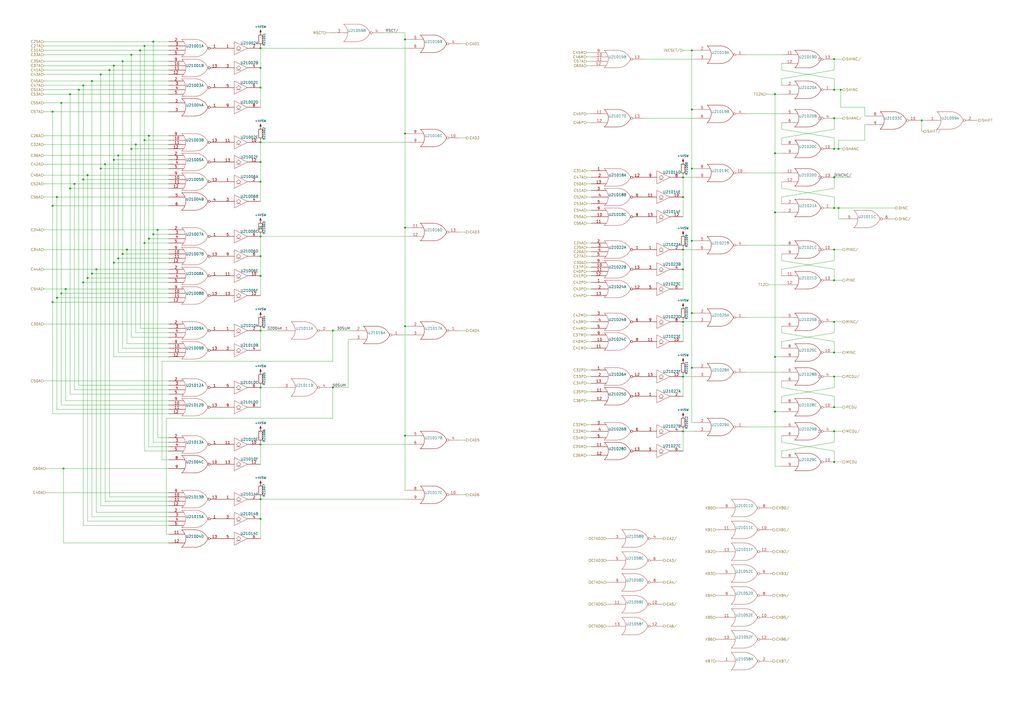
<source format=kicad_sch>
(kicad_sch (version 20211123) (generator eeschema)
  (paper "A2")
  (junction (at 483.87 34.29))
  (junction (at 449.58 238.76))
  (junction (at 396.24 156.21))
  (junction (at 151.13 148.59))
  (junction (at 63.5 40.64))
  (junction (at 483.87 86.36))
  (junction (at 50.8 161.29))
  (junction (at 534.67 69.85))
  (junction (at 483.87 218.44))
  (junction (at 401.32 97.79))
  (junction (at 53.34 46.99))
  (junction (at 88.9 24.13))
  (junction (at 401.32 63.5))
  (junction (at 151.13 257.81))
  (junction (at 483.87 52.07))
  (junction (at 40.64 54.61))
  (junction (at 151.13 93.98))
  (junction (at 30.48 64.77))
  (junction (at 396.24 144.78))
  (junction (at 48.26 163.83))
  (junction (at 66.04 38.1))
  (junction (at 483.87 162.56))
  (junction (at 151.13 105.41))
  (junction (at 83.82 81.28))
  (junction (at 78.74 83.82))
  (junction (at 36.83 271.78))
  (junction (at 401.32 181.61))
  (junction (at 58.42 43.18))
  (junction (at 38.1 167.64))
  (junction (at 401.32 139.7))
  (junction (at 483.87 102.87))
  (junction (at 33.02 114.3))
  (junction (at 43.18 106.68))
  (junction (at 68.58 149.86))
  (junction (at 151.13 224.79))
  (junction (at 396.24 102.87))
  (junction (at 151.13 82.55))
  (junction (at 48.26 49.53))
  (junction (at 30.48 175.26))
  (junction (at 483.87 267.97))
  (junction (at 193.04 224.79))
  (junction (at 483.87 186.69))
  (junction (at 58.42 97.79))
  (junction (at 71.12 35.56))
  (junction (at 66.04 92.71))
  (junction (at 483.87 144.78))
  (junction (at 73.66 144.78))
  (junction (at 234.95 22.86))
  (junction (at 396.24 114.3))
  (junction (at 483.87 236.22))
  (junction (at 486.41 86.36))
  (junction (at 76.2 86.36))
  (junction (at 449.58 207.01))
  (junction (at 151.13 39.37))
  (junction (at 396.24 218.44))
  (junction (at 60.96 95.25))
  (junction (at 151.13 160.02))
  (junction (at 83.82 26.67))
  (junction (at 234.95 132.08))
  (junction (at 45.72 52.07))
  (junction (at 76.2 31.75))
  (junction (at 35.56 170.18))
  (junction (at 68.58 90.17))
  (junction (at 66.04 152.4))
  (junction (at 487.68 52.07))
  (junction (at 33.02 172.72))
  (junction (at 91.44 133.35))
  (junction (at 151.13 50.8))
  (junction (at 483.87 250.19))
  (junction (at 151.13 300.99))
  (junction (at 396.24 250.19))
  (junction (at 151.13 137.16))
  (junction (at 35.56 59.69))
  (junction (at 234.95 189.23))
  (junction (at 83.82 140.97))
  (junction (at 40.64 109.22))
  (junction (at 486.41 120.65))
  (junction (at 396.24 186.69))
  (junction (at 55.88 156.21))
  (junction (at 151.13 27.94))
  (junction (at 483.87 68.58))
  (junction (at 86.36 138.43))
  (junction (at 401.32 213.36))
  (junction (at 88.9 135.89))
  (junction (at 48.26 104.14))
  (junction (at 151.13 191.77))
  (junction (at 30.48 119.38))
  (junction (at 53.34 158.75))
  (junction (at 483.87 120.65))
  (junction (at 50.8 101.6))
  (junction (at 483.87 204.47))
  (junction (at 193.04 191.77))
  (junction (at 86.36 78.74))
  (junction (at 449.58 54.61))
  (junction (at 234.95 77.47))
  (junction (at 81.28 29.21))
  (junction (at 71.12 147.32))
  (junction (at 449.58 123.19))
  (junction (at 234.95 252.73))
  (junction (at 449.58 88.9))
  (junction (at 151.13 289.56))
  (junction (at 401.32 29.21))
  (wire (pts (xy 93.98 266.7) (xy 97.79 266.7)))
  (wire (pts (xy 88.9 24.13) (xy 88.9 135.89)))
  (wire (pts (xy 234.95 252.73) (xy 234.95 284.48)))
  (wire (pts (xy 483.87 114.3) (xy 453.39 109.22)))
  (wire (pts (xy 97.79 199.39) (xy 73.66 199.39)))
  (wire (pts (xy 25.4 31.75) (xy 76.2 31.75)))
  (wire (pts (xy 487.68 52.07) (xy 488.95 52.07)))
  (wire (pts (xy 453.39 114.3) (xy 453.39 118.11)))
  (wire (pts (xy 33.02 114.3) (xy 97.79 114.3)))
  (wire (pts (xy 151.13 27.94) (xy 151.13 39.37)))
  (wire (pts (xy 151.13 105.41) (xy 151.13 116.84)))
  (wire (pts (xy 453.39 156.21) (xy 453.39 160.02)))
  (wire (pts (xy 193.04 191.77) (xy 203.2 191.77)))
  (wire (pts (xy 340.36 218.44) (xy 342.9 218.44)))
  (wire (pts (xy 340.36 227.33) (xy 342.9 227.33)))
  (wire (pts (xy 234.95 252.73) (xy 236.22 252.73)))
  (wire (pts (xy 449.58 54.61) (xy 449.58 88.9)))
  (wire (pts (xy 151.13 191.77) (xy 161.29 191.77)))
  (wire (pts (xy 340.36 160.02) (xy 342.9 160.02)))
  (wire (pts (xy 25.4 38.1) (xy 66.04 38.1)))
  (wire (pts (xy 483.87 267.97) (xy 483.87 261.62)))
  (wire (pts (xy 33.02 172.72) (xy 33.02 237.49)))
  (wire (pts (xy 483.87 250.19) (xy 483.87 256.54)))
  (wire (pts (xy 340.36 222.25) (xy 342.9 222.25)))
  (wire (pts (xy 76.2 31.75) (xy 97.79 31.75)))
  (wire (pts (xy 449.58 123.19) (xy 449.58 207.01)))
  (wire (pts (xy 234.95 19.05) (xy 234.95 22.86)))
  (wire (pts (xy 340.36 264.16) (xy 342.9 264.16)))
  (wire (pts (xy 396.24 29.21) (xy 401.32 29.21)))
  (wire (pts (xy 433.07 247.65) (xy 453.39 247.65)))
  (wire (pts (xy 433.07 142.24) (xy 453.39 142.24)))
  (wire (pts (xy 151.13 137.16) (xy 151.13 148.59)))
  (wire (pts (xy 25.4 144.78) (xy 73.66 144.78)))
  (wire (pts (xy 445.77 165.1) (xy 453.39 165.1)))
  (wire (pts (xy 48.26 104.14) (xy 97.79 104.14)))
  (wire (pts (xy 401.32 97.79) (xy 402.59 97.79)))
  (wire (pts (xy 193.04 224.79) (xy 193.04 242.57)))
  (wire (pts (xy 83.82 26.67) (xy 83.82 81.28)))
  (wire (pts (xy 401.32 181.61) (xy 401.32 213.36)))
  (wire (pts (xy 449.58 238.76) (xy 453.39 238.76)))
  (wire (pts (xy 222.25 19.05) (xy 234.95 19.05)))
  (wire (pts (xy 340.36 102.87) (xy 342.9 102.87)))
  (wire (pts (xy 91.44 254) (xy 97.79 254)))
  (wire (pts (xy 30.48 119.38) (xy 30.48 175.26)))
  (wire (pts (xy 151.13 27.94) (xy 236.22 27.94)))
  (wire (pts (xy 340.36 259.08) (xy 342.9 259.08)))
  (wire (pts (xy 483.87 261.62) (xy 453.39 256.54)))
  (wire (pts (xy 340.36 157.48) (xy 342.9 157.48)))
  (wire (pts (xy 25.4 29.21) (xy 81.28 29.21)))
  (wire (pts (xy 55.88 156.21) (xy 55.88 297.18)))
  (wire (pts (xy 483.87 162.56) (xy 483.87 156.21)))
  (wire (pts (xy 234.95 284.48) (xy 236.22 284.48)))
  (wire (pts (xy 151.13 190.5) (xy 151.13 191.77)))
  (wire (pts (xy 483.87 151.13) (xy 453.39 156.21)))
  (wire (pts (xy 38.1 167.64) (xy 97.79 167.64)))
  (wire (pts (xy 340.36 110.49) (xy 342.9 110.49)))
  (wire (pts (xy 534.67 69.85) (xy 534.67 76.2)))
  (wire (pts (xy 53.34 299.72) (xy 97.79 299.72)))
  (wire (pts (xy 401.32 139.7) (xy 401.32 181.61)))
  (wire (pts (xy 340.36 232.41) (xy 342.9 232.41)))
  (wire (pts (xy 60.96 290.83) (xy 60.96 95.25)))
  (wire (pts (xy 45.72 52.07) (xy 45.72 223.52)))
  (wire (pts (xy 25.4 35.56) (xy 71.12 35.56)))
  (wire (pts (xy 50.8 101.6) (xy 50.8 161.29)))
  (wire (pts (xy 234.95 22.86) (xy 234.95 77.47)))
  (wire (pts (xy 483.87 102.87) (xy 494.03 102.87)))
  (wire (pts (xy 401.32 29.21) (xy 402.59 29.21)))
  (wire (pts (xy 453.39 109.22) (xy 453.39 105.41)))
  (wire (pts (xy 340.36 182.88) (xy 342.9 182.88)))
  (wire (pts (xy 55.88 297.18) (xy 97.79 297.18)))
  (wire (pts (xy 353.06 337.82) (xy 351.79 337.82)))
  (wire (pts (xy 25.4 101.6) (xy 50.8 101.6)))
  (wire (pts (xy 340.36 35.56) (xy 342.9 35.56)))
  (wire (pts (xy 73.66 144.78) (xy 97.79 144.78)))
  (wire (pts (xy 518.16 127) (xy 519.43 127)))
  (wire (pts (xy 58.42 293.37) (xy 97.79 293.37)))
  (wire (pts (xy 45.72 52.07) (xy 97.79 52.07)))
  (wire (pts (xy 45.72 223.52) (xy 97.79 223.52)))
  (wire (pts (xy 86.36 138.43) (xy 97.79 138.43)))
  (wire (pts (xy 340.36 214.63) (xy 342.9 214.63)))
  (wire (pts (xy 449.58 270.51) (xy 453.39 270.51)))
  (wire (pts (xy 340.36 194.31) (xy 342.9 194.31)))
  (wire (pts (xy 83.82 140.97) (xy 83.82 261.62)))
  (wire (pts (xy 53.34 46.99) (xy 97.79 46.99)))
  (wire (pts (xy 340.36 171.45) (xy 342.9 171.45)))
  (wire (pts (xy 340.36 250.19) (xy 342.9 250.19)))
  (wire (pts (xy 97.79 172.72) (xy 33.02 172.72)))
  (wire (pts (xy 30.48 64.77) (xy 30.48 119.38)))
  (wire (pts (xy 25.4 40.64) (xy 63.5 40.64)))
  (wire (pts (xy 396.24 186.69) (xy 396.24 198.12)))
  (wire (pts (xy 68.58 204.47) (xy 97.79 204.47)))
  (wire (pts (xy 50.8 302.26) (xy 97.79 302.26)))
  (wire (pts (xy 401.32 63.5) (xy 402.59 63.5)))
  (wire (pts (xy 401.32 213.36) (xy 402.59 213.36)))
  (wire (pts (xy 433.07 66.04) (xy 453.39 66.04)))
  (wire (pts (xy 236.22 289.56) (xy 151.13 289.56)))
  (wire (pts (xy 433.07 184.15) (xy 453.39 184.15)))
  (wire (pts (xy 266.7 191.77) (xy 270.51 191.77)))
  (wire (pts (xy 396.24 185.42) (xy 396.24 186.69)))
  (wire (pts (xy 483.87 52.07) (xy 483.87 45.72)))
  (wire (pts (xy 151.13 223.52) (xy 151.13 224.79)))
  (wire (pts (xy 483.87 86.36) (xy 483.87 80.01)))
  (wire (pts (xy 353.06 312.42) (xy 351.79 312.42)))
  (wire (pts (xy 66.04 207.01) (xy 97.79 207.01)))
  (wire (pts (xy 48.26 304.8) (xy 97.79 304.8)))
  (wire (pts (xy 483.87 250.19) (xy 488.95 250.19)))
  (wire (pts (xy 66.04 38.1) (xy 97.79 38.1)))
  (wire (pts (xy 453.39 80.01) (xy 453.39 83.82)))
  (wire (pts (xy 25.4 46.99) (xy 53.34 46.99)))
  (wire (pts (xy 25.4 83.82) (xy 78.74 83.82)))
  (wire (pts (xy 266.7 134.62) (xy 270.51 134.62)))
  (wire (pts (xy 151.13 82.55) (xy 236.22 82.55)))
  (wire (pts (xy 396.24 144.78) (xy 396.24 156.21)))
  (wire (pts (xy 396.24 114.3) (xy 396.24 125.73)))
  (wire (pts (xy 236.22 132.08) (xy 234.95 132.08)))
  (wire (pts (xy 340.36 129.54) (xy 342.9 129.54)))
  (wire (pts (xy 483.87 52.07) (xy 487.68 52.07)))
  (wire (pts (xy 483.87 68.58) (xy 488.95 68.58)))
  (wire (pts (xy 396.24 250.19) (xy 396.24 261.62)))
  (wire (pts (xy 43.18 226.06) (xy 43.18 106.68)))
  (wire (pts (xy 151.13 191.77) (xy 151.13 203.2)))
  (wire (pts (xy 486.41 127) (xy 487.68 127)))
  (wire (pts (xy 68.58 149.86) (xy 97.79 149.86)))
  (wire (pts (xy 236.22 77.47) (xy 234.95 77.47)))
  (wire (pts (xy 453.39 261.62) (xy 453.39 265.43)))
  (wire (pts (xy 453.39 229.87) (xy 453.39 233.68)))
  (wire (pts (xy 83.82 261.62) (xy 97.79 261.62)))
  (wire (pts (xy 53.34 158.75) (xy 53.34 299.72)))
  (wire (pts (xy 86.36 78.74) (xy 86.36 138.43)))
  (wire (pts (xy 396.24 144.78) (xy 402.59 144.78)))
  (wire (pts (xy 483.87 74.93) (xy 453.39 80.01)))
  (wire (pts (xy 76.2 86.36) (xy 76.2 195.58)))
  (wire (pts (xy 50.8 161.29) (xy 50.8 302.26)))
  (wire (pts (xy 483.87 224.79) (xy 453.39 229.87)))
  (wire (pts (xy 50.8 161.29) (xy 97.79 161.29)))
  (wire (pts (xy 58.42 43.18) (xy 58.42 97.79)))
  (wire (pts (xy 483.87 229.87) (xy 453.39 224.79)))
  (wire (pts (xy 234.95 132.08) (xy 234.95 189.23)))
  (wire (pts (xy 40.64 228.6) (xy 97.79 228.6)))
  (wire (pts (xy 340.36 66.04) (xy 342.9 66.04)))
  (wire (pts (xy 193.04 191.77) (xy 193.04 209.55)))
  (wire (pts (xy 91.44 133.35) (xy 91.44 254)))
  (wire (pts (xy 483.87 236.22) (xy 488.95 236.22)))
  (wire (pts (xy 66.04 92.71) (xy 66.04 152.4)))
  (wire (pts (xy 449.58 54.61) (xy 453.39 54.61)))
  (wire (pts (xy 236.22 137.16) (xy 151.13 137.16)))
  (wire (pts (xy 396.24 218.44) (xy 402.59 218.44)))
  (wire (pts (xy 25.4 106.68) (xy 43.18 106.68)))
  (wire (pts (xy 151.13 135.89) (xy 151.13 137.16)))
  (wire (pts (xy 353.06 350.52) (xy 351.79 350.52)))
  (wire (pts (xy 234.95 77.47) (xy 234.95 132.08)))
  (wire (pts (xy 234.95 189.23) (xy 234.95 252.73)))
  (wire (pts (xy 483.87 204.47) (xy 488.95 204.47)))
  (wire (pts (xy 66.04 92.71) (xy 97.79 92.71)))
  (wire (pts (xy 43.18 106.68) (xy 97.79 106.68)))
  (wire (pts (xy 97.79 226.06) (xy 43.18 226.06)))
  (wire (pts (xy 383.54 363.22) (xy 384.81 363.22)))
  (wire (pts (xy 53.34 158.75) (xy 97.79 158.75)))
  (wire (pts (xy 483.87 186.69) (xy 488.95 186.69)))
  (wire (pts (xy 483.87 267.97) (xy 488.95 267.97)))
  (wire (pts (xy 483.87 120.65) (xy 486.41 120.65)))
  (wire (pts (xy 48.26 49.53) (xy 97.79 49.53)))
  (wire (pts (xy 97.79 109.22) (xy 40.64 109.22)))
  (wire (pts (xy 71.12 147.32) (xy 97.79 147.32)))
  (wire (pts (xy 453.39 224.79) (xy 453.39 220.98)))
  (wire (pts (xy 340.36 190.5) (xy 342.9 190.5)))
  (wire (pts (xy 30.48 119.38) (xy 97.79 119.38)))
  (wire (pts (xy 396.24 217.17) (xy 396.24 218.44)))
  (wire (pts (xy 483.87 120.65) (xy 483.87 114.3)))
  (wire (pts (xy 25.4 220.98) (xy 97.79 220.98)))
  (wire (pts (xy 447.04 307.34) (xy 448.31 307.34)))
  (wire (pts (xy 25.4 52.07) (xy 45.72 52.07)))
  (wire (pts (xy 151.13 160.02) (xy 151.13 171.45)))
  (wire (pts (xy 66.04 152.4) (xy 66.04 207.01)))
  (wire (pts (xy 453.39 74.93) (xy 453.39 71.12)))
  (wire (pts (xy 401.32 29.21) (xy 401.32 63.5)))
  (wire (pts (xy 40.64 54.61) (xy 40.64 109.22)))
  (wire (pts (xy 201.93 224.79) (xy 201.93 196.85)))
  (wire (pts (xy 453.39 45.72) (xy 453.39 49.53)))
  (wire (pts (xy 340.36 163.83) (xy 342.9 163.83)))
  (wire (pts (xy 88.9 135.89) (xy 88.9 256.54)))
  (wire (pts (xy 48.26 49.53) (xy 48.26 104.14)))
  (wire (pts (xy 26.67 271.78) (xy 36.83 271.78)))
  (wire (pts (xy 83.82 81.28) (xy 97.79 81.28)))
  (wire (pts (xy 78.74 83.82) (xy 78.74 193.04)))
  (wire (pts (xy 36.83 314.96) (xy 36.83 271.78)))
  (wire (pts (xy 501.65 62.23) (xy 501.65 67.31)))
  (wire (pts (xy 93.98 209.55) (xy 93.98 266.7)))
  (wire (pts (xy 151.13 224.79) (xy 161.29 224.79)))
  (wire (pts (xy 68.58 90.17) (xy 97.79 90.17)))
  (wire (pts (xy 83.82 26.67) (xy 97.79 26.67)))
  (wire (pts (xy 483.87 68.58) (xy 483.87 74.93)))
  (wire (pts (xy 191.77 224.79) (xy 193.04 224.79)))
  (wire (pts (xy 340.36 198.12) (xy 342.9 198.12)))
  (wire (pts (xy 449.58 207.01) (xy 449.58 238.76)))
  (wire (pts (xy 76.2 195.58) (xy 97.79 195.58)))
  (wire (pts (xy 151.13 288.29) (xy 151.13 289.56)))
  (wire (pts (xy 340.36 30.48) (xy 342.9 30.48)))
  (wire (pts (xy 416.56 320.04) (xy 415.29 320.04)))
  (wire (pts (xy 566.42 69.85) (xy 567.69 69.85)))
  (wire (pts (xy 63.5 40.64) (xy 97.79 40.64)))
  (wire (pts (xy 151.13 224.79) (xy 151.13 236.22)))
  (wire (pts (xy 483.87 186.69) (xy 483.87 193.04)))
  (wire (pts (xy 25.4 114.3) (xy 33.02 114.3)))
  (wire (pts (xy 340.36 186.69) (xy 342.9 186.69)))
  (wire (pts (xy 71.12 201.93) (xy 97.79 201.93)))
  (wire (pts (xy 453.39 151.13) (xy 453.39 147.32)))
  (wire (pts (xy 483.87 162.56) (xy 488.95 162.56)))
  (wire (pts (xy 30.48 240.03) (xy 97.79 240.03)))
  (wire (pts (xy 486.41 120.65) (xy 486.41 127)))
  (wire (pts (xy 151.13 148.59) (xy 151.13 160.02)))
  (wire (pts (xy 78.74 83.82) (xy 97.79 83.82)))
  (wire (pts (xy 97.79 314.96) (xy 36.83 314.96)))
  (wire (pts (xy 401.32 181.61) (xy 402.59 181.61)))
  (wire (pts (xy 48.26 163.83) (xy 48.26 304.8)))
  (wire (pts (xy 151.13 26.67) (xy 151.13 27.94)))
  (wire (pts (xy 449.58 88.9) (xy 449.58 123.19)))
  (wire (pts (xy 25.4 49.53) (xy 48.26 49.53)))
  (wire (pts (xy 401.32 63.5) (xy 401.32 97.79)))
  (wire (pts (xy 416.56 294.64) (xy 415.29 294.64)))
  (wire (pts (xy 25.4 167.64) (xy 38.1 167.64)))
  (wire (pts (xy 483.87 102.87) (xy 483.87 109.22)))
  (wire (pts (xy 193.04 224.79) (xy 201.93 224.79)))
  (wire (pts (xy 402.59 68.58) (xy 373.38 68.58)))
  (wire (pts (xy 340.36 71.12) (xy 342.9 71.12)))
  (wire (pts (xy 340.36 146.05) (xy 342.9 146.05)))
  (wire (pts (xy 266.7 80.01) (xy 270.51 80.01)))
  (wire (pts (xy 71.12 147.32) (xy 71.12 201.93)))
  (wire (pts (xy 447.04 370.84) (xy 448.31 370.84)))
  (wire (pts (xy 88.9 24.13) (xy 97.79 24.13)))
  (wire (pts (xy 483.87 204.47) (xy 483.87 198.12)))
  (wire (pts (xy 25.4 133.35) (xy 91.44 133.35)))
  (wire (pts (xy 486.41 86.36) (xy 488.95 86.36)))
  (wire (pts (xy 444.5 54.61) (xy 449.58 54.61)))
  (wire (pts (xy 483.87 256.54) (xy 453.39 261.62)))
  (wire (pts (xy 483.87 218.44) (xy 483.87 224.79)))
  (wire (pts (xy 340.36 201.93) (xy 342.9 201.93)))
  (wire (pts (xy 501.65 67.31) (xy 502.92 67.31)))
  (wire (pts (xy 266.7 255.27) (xy 270.51 255.27)))
  (wire (pts (xy 151.13 81.28) (xy 151.13 82.55)))
  (wire (pts (xy 193.04 242.57) (xy 96.52 242.57)))
  (wire (pts (xy 416.56 358.14) (xy 415.29 358.14)))
  (wire (pts (xy 483.87 34.29) (xy 483.87 40.64)))
  (wire (pts (xy 340.36 152.4) (xy 342.9 152.4)))
  (wire (pts (xy 402.59 34.29) (xy 373.38 34.29)))
  (wire (pts (xy 35.56 234.95) (xy 97.79 234.95)))
  (wire (pts (xy 25.4 95.25) (xy 60.96 95.25)))
  (wire (pts (xy 383.54 325.12) (xy 384.81 325.12)))
  (wire (pts (xy 433.07 100.33) (xy 453.39 100.33)))
  (wire (pts (xy 33.02 237.49) (xy 97.79 237.49)))
  (wire (pts (xy 26.67 285.75) (xy 97.79 285.75)))
  (wire (pts (xy 58.42 43.18) (xy 97.79 43.18)))
  (wire (pts (xy 433.07 31.75) (xy 453.39 31.75)))
  (wire (pts (xy 151.13 289.56) (xy 151.13 300.99)))
  (wire (pts (xy 96.52 242.57) (xy 96.52 309.88)))
  (wire (pts (xy 63.5 288.29) (xy 97.79 288.29)))
  (wire (pts (xy 340.36 121.92) (xy 342.9 121.92)))
  (wire (pts (xy 38.1 167.64) (xy 38.1 232.41)))
  (wire (pts (xy 453.39 198.12) (xy 453.39 201.93)))
  (wire (pts (xy 483.87 144.78) (xy 488.95 144.78)))
  (wire (pts (xy 340.36 140.97) (xy 342.9 140.97)))
  (wire (pts (xy 91.44 133.35) (xy 97.79 133.35)))
  (wire (pts (xy 534.67 76.2) (xy 535.94 76.2)))
  (wire (pts (xy 35.56 59.69) (xy 35.56 170.18)))
  (wire (pts (xy 487.68 62.23) (xy 501.65 62.23)))
  (wire (pts (xy 88.9 135.89) (xy 97.79 135.89)))
  (wire (pts (xy 25.4 59.69) (xy 35.56 59.69)))
  (wire (pts (xy 151.13 93.98) (xy 151.13 105.41)))
  (wire (pts (xy 83.82 81.28) (xy 83.82 140.97)))
  (wire (pts (xy 151.13 39.37) (xy 151.13 50.8)))
  (wire (pts (xy 25.4 54.61) (xy 40.64 54.61)))
  (wire (pts (xy 396.24 250.19) (xy 402.59 250.19)))
  (wire (pts (xy 340.36 118.11) (xy 342.9 118.11)))
  (wire (pts (xy 447.04 383.54) (xy 448.31 383.54)))
  (wire (pts (xy 68.58 90.17) (xy 68.58 149.86)))
  (wire (pts (xy 25.4 156.21) (xy 55.88 156.21)))
  (wire (pts (xy 449.58 238.76) (xy 449.58 270.51)))
  (wire (pts (xy 86.36 138.43) (xy 86.36 259.08)))
  (wire (pts (xy 447.04 358.14) (xy 448.31 358.14)))
  (wire (pts (xy 96.52 309.88) (xy 97.79 309.88)))
  (wire (pts (xy 266.7 287.02) (xy 270.51 287.02)))
  (wire (pts (xy 396.24 156.21) (xy 396.24 167.64)))
  (wire (pts (xy 97.79 170.18) (xy 35.56 170.18)))
  (wire (pts (xy 25.4 26.67) (xy 83.82 26.67)))
  (wire (pts (xy 25.4 24.13) (xy 88.9 24.13)))
  (wire (pts (xy 30.48 175.26) (xy 97.79 175.26)))
  (wire (pts (xy 35.56 59.69) (xy 97.79 59.69)))
  (wire (pts (xy 486.41 120.65) (xy 519.43 120.65)))
  (wire (pts (xy 396.24 101.6) (xy 396.24 102.87)))
  (wire (pts (xy 483.87 80.01) (xy 453.39 74.93)))
  (wire (pts (xy 340.36 154.94) (xy 342.9 154.94)))
  (wire (pts (xy 447.04 294.64) (xy 448.31 294.64)))
  (wire (pts (xy 483.87 34.29) (xy 488.95 34.29)))
  (wire (pts (xy 383.54 350.52) (xy 384.81 350.52)))
  (wire (pts (xy 189.23 19.05) (xy 191.77 19.05)))
  (wire (pts (xy 483.87 86.36) (xy 486.41 86.36)))
  (wire (pts (xy 483.87 193.04) (xy 453.39 198.12)))
  (wire (pts (xy 396.24 186.69) (xy 402.59 186.69)))
  (wire (pts (xy 340.36 254) (xy 342.9 254)))
  (wire (pts (xy 447.04 320.04) (xy 448.31 320.04)))
  (wire (pts (xy 81.28 29.21) (xy 97.79 29.21)))
  (wire (pts (xy 88.9 256.54) (xy 97.79 256.54)))
  (wire (pts (xy 501.65 81.28) (xy 501.65 72.39)))
  (wire (pts (xy 50.8 101.6) (xy 97.79 101.6)))
  (wire (pts (xy 340.36 148.59) (xy 342.9 148.59)))
  (wire (pts (xy 416.56 332.74) (xy 415.29 332.74)))
  (wire (pts (xy 453.39 193.04) (xy 453.39 189.23)))
  (wire (pts (xy 151.13 256.54) (xy 151.13 257.81)))
  (wire (pts (xy 48.26 163.83) (xy 97.79 163.83)))
  (wire (pts (xy 40.64 109.22) (xy 40.64 228.6)))
  (wire (pts (xy 25.4 64.77) (xy 30.48 64.77)))
  (wire (pts (xy 78.74 193.04) (xy 97.79 193.04)))
  (wire (pts (xy 38.1 232.41) (xy 97.79 232.41)))
  (wire (pts (xy 483.87 109.22) (xy 453.39 114.3)))
  (wire (pts (xy 396.24 143.51) (xy 396.24 144.78)))
  (wire (pts (xy 30.48 64.77) (xy 97.79 64.77)))
  (wire (pts (xy 25.4 43.18) (xy 58.42 43.18)))
  (wire (pts (xy 340.36 106.68) (xy 342.9 106.68)))
  (wire (pts (xy 340.36 246.38) (xy 342.9 246.38)))
  (wire (pts (xy 201.93 196.85) (xy 203.2 196.85)))
  (wire (pts (xy 266.7 25.4) (xy 270.51 25.4)))
  (wire (pts (xy 402.59 102.87) (xy 396.24 102.87)))
  (wire (pts (xy 236.22 257.81) (xy 151.13 257.81)))
  (wire (pts (xy 233.68 194.31) (xy 236.22 194.31)))
  (wire (pts (xy 71.12 35.56) (xy 97.79 35.56)))
  (wire (pts (xy 534.67 69.85) (xy 535.94 69.85)))
  (wire (pts (xy 340.36 33.02) (xy 342.9 33.02)))
  (wire (pts (xy 36.83 271.78) (xy 97.79 271.78)))
  (wire (pts (xy 486.41 81.28) (xy 501.65 81.28)))
  (wire (pts (xy 97.79 290.83) (xy 60.96 290.83)))
  (wire (pts (xy 151.13 257.81) (xy 151.13 269.24)))
  (wire (pts (xy 151.13 82.55) (xy 151.13 93.98)))
  (wire (pts (xy 340.36 125.73) (xy 342.9 125.73)))
  (wire (pts (xy 340.36 99.06) (xy 342.9 99.06)))
  (wire (pts (xy 433.07 215.9) (xy 453.39 215.9)))
  (wire (pts (xy 416.56 383.54) (xy 415.29 383.54)))
  (wire (pts (xy 453.39 40.64) (xy 453.39 36.83)))
  (wire (pts (xy 453.39 256.54) (xy 453.39 252.73)))
  (wire (pts (xy 396.24 218.44) (xy 396.24 229.87)))
  (wire (pts (xy 193.04 209.55) (xy 93.98 209.55)))
  (wire (pts (xy 353.06 363.22) (xy 351.79 363.22)))
  (wire (pts (xy 447.04 332.74) (xy 448.31 332.74)))
  (wire (pts (xy 40.64 54.61) (xy 97.79 54.61)))
  (wire (pts (xy 383.54 337.82) (xy 384.81 337.82)))
  (wire (pts (xy 396.24 248.92) (xy 396.24 250.19)))
  (wire (pts (xy 234.95 22.86) (xy 236.22 22.86)))
  (wire (pts (xy 66.04 152.4) (xy 97.79 152.4)))
  (wire (pts (xy 55.88 156.21) (xy 97.79 156.21)))
  (wire (pts (xy 151.13 50.8) (xy 151.13 62.23)))
  (wire (pts (xy 401.32 213.36) (xy 401.32 245.11)))
  (wire (pts (xy 66.04 38.1) (xy 66.04 92.71)))
  (wire (pts (xy 191.77 191.77) (xy 193.04 191.77)))
  (wire (pts (xy 416.56 370.84) (xy 415.29 370.84)))
  (wire (pts (xy 58.42 97.79) (xy 58.42 293.37)))
  (wire (pts (xy 151.13 300.99) (xy 151.13 312.42)))
  (wire (pts (xy 483.87 45.72) (xy 453.39 40.64)))
  (wire (pts (xy 340.36 38.1) (xy 342.9 38.1)))
  (wire (pts (xy 53.34 46.99) (xy 53.34 158.75)))
  (wire (pts (xy 58.42 97.79) (xy 97.79 97.79)))
  (wire (pts (xy 48.26 104.14) (xy 48.26 163.83)))
  (wire (pts (xy 81.28 29.21) (xy 81.28 190.5)))
  (wire (pts (xy 86.36 259.08) (xy 97.79 259.08)))
  (wire (pts (xy 86.36 78.74) (xy 97.79 78.74)))
  (wire (pts (xy 234.95 189.23) (xy 236.22 189.23)))
  (wire (pts (xy 483.87 40.64) (xy 453.39 45.72)))
  (wire (pts (xy 483.87 218.44) (xy 488.95 218.44)))
  (wire (pts (xy 63.5 40.64) (xy 63.5 288.29)))
  (wire (pts (xy 486.41 86.36) (xy 486.41 81.28)))
  (wire (pts (xy 30.48 175.26) (xy 30.48 240.03)))
  (wire (pts (xy 449.58 207.01) (xy 453.39 207.01)))
  (wire (pts (xy 68.58 149.86) (xy 68.58 204.47)))
  (wire (pts (xy 25.4 78.74) (xy 86.36 78.74)))
  (wire (pts (xy 483.87 236.22) (xy 483.87 229.87)))
  (wire (pts (xy 447.04 345.44) (xy 448.31 345.44)))
  (wire (pts (xy 401.32 97.79) (xy 401.32 139.7)))
  (wire (pts (xy 60.96 95.25) (xy 97.79 95.25)))
  (wire (pts (xy 449.58 88.9) (xy 453.39 88.9)))
  (wire (pts (xy 33.02 114.3) (xy 33.02 172.72)))
  (wire (pts (xy 383.54 312.42) (xy 384.81 312.42)))
  (wire (pts (xy 401.32 139.7) (xy 402.59 139.7)))
  (wire (pts (xy 533.4 69.85) (xy 534.67 69.85)))
  (wire (pts (xy 83.82 140.97) (xy 97.79 140.97)))
  (wire (pts (xy 35.56 170.18) (xy 35.56 234.95)))
  (wire (pts (xy 71.12 35.56) (xy 71.12 147.32)))
  (wire (pts (xy 483.87 156.21) (xy 453.39 151.13)))
  (wire (pts (xy 340.36 114.3) (xy 342.9 114.3)))
  (wire (pts (xy 353.06 325.12) (xy 351.79 325.12)))
  (wire (pts (xy 483.87 144.78) (xy 483.87 151.13)))
  (wire (pts (xy 449.58 123.19) (xy 453.39 123.19)))
  (wire (pts (xy 81.28 190.5) (xy 97.79 190.5)))
  (wire (pts (xy 25.4 90.17) (xy 68.58 90.17)))
  (wire (pts (xy 401.32 245.11) (xy 402.59 245.11)))
  (wire (pts (xy 396.24 102.87) (xy 396.24 114.3)))
  (wire (pts (xy 501.65 72.39) (xy 502.92 72.39)))
  (wire (pts (xy 76.2 31.75) (xy 76.2 86.36)))
  (wire (pts (xy 416.56 345.44) (xy 415.29 345.44)))
  (wire (pts (xy 25.4 187.96) (xy 97.79 187.96)))
  (wire (pts (xy 416.56 307.34) (xy 415.29 307.34)))
  (wire (pts (xy 487.68 52.07) (xy 487.68 62.23)))
  (wire (pts (xy 73.66 199.39) (xy 73.66 144.78)))
  (wire (pts (xy 76.2 86.36) (xy 97.79 86.36)))
  (wire (pts (xy 340.36 143.51) (xy 342.9 143.51)))
  (wire (pts (xy 340.36 167.64) (xy 342.9 167.64)))
  (wire (pts (xy 483.87 198.12) (xy 453.39 193.04)))
  (label "DINCNC/" (at 494.03 102.87 180) (effects (font (size 1.524 1.524))))
  (label "RSCT/" (at 231.14 19.05 180) (effects (font (size 1.524 1.524))))
  (label "32004K" (at 154.94 191.77 0) (effects (font (size 1.524 1.524))))
  (label "50SUM" (at 200.66 224.79 180) (effects (font (size 1.524 1.524))))
  (label "30SUM" (at 203.2 191.77 180) (effects (font (size 1.524 1.524))))
  (hierarchical_label "CA3/" (shape output) (at 384.81 325.12 0) (effects (font (size 1.524 1.524))))
  (hierarchical_label "C33P" (shape input) (at 340.36 218.44 180) (effects (font (size 1.524 1.524))))
  (hierarchical_label "CXB6/" (shape output) (at 448.31 370.84 0) (effects (font (size 1.524 1.524))))
  (hierarchical_label "MCDU" (shape output) (at 488.95 267.97 0) (effects (font (size 1.524 1.524))))
  (hierarchical_label "CAD1" (shape output) (at 270.51 25.4 0) (effects (font (size 1.524 1.524))))
  (hierarchical_label "C52A" (shape input) (at 340.36 114.3 180) (effects (font (size 1.524 1.524))))
  (hierarchical_label "C41M" (shape input) (at 340.36 201.93 180) (effects (font (size 1.524 1.524))))
  (hierarchical_label "SHINC/" (shape output) (at 488.95 34.29 0) (effects (font (size 1.524 1.524))))
  (hierarchical_label "XB4" (shape input) (at 415.29 345.44 180) (effects (font (size 1.524 1.524))))
  (hierarchical_label "C41P" (shape input) (at 340.36 160.02 180) (effects (font (size 1.524 1.524))))
  (hierarchical_label "C46M" (shape input) (at 340.36 33.02 180) (effects (font (size 1.524 1.524))))
  (hierarchical_label "C56A" (shape input) (at 25.4 114.3 180) (effects (font (size 1.524 1.524))))
  (hierarchical_label "C24A" (shape input) (at 25.4 133.35 180) (effects (font (size 1.524 1.524))))
  (hierarchical_label "INCSET/" (shape input) (at 396.24 29.21 180) (effects (font (size 1.524 1.524))))
  (hierarchical_label "C30A" (shape input) (at 25.4 187.96 180) (effects (font (size 1.524 1.524))))
  (hierarchical_label "C60A" (shape input) (at 340.36 38.1 180) (effects (font (size 1.524 1.524))))
  (hierarchical_label "XB3" (shape input) (at 415.29 332.74 180) (effects (font (size 1.524 1.524))))
  (hierarchical_label "C46A" (shape input) (at 25.4 101.6 180) (effects (font (size 1.524 1.524))))
  (hierarchical_label "MINC/" (shape output) (at 488.95 186.69 0) (effects (font (size 1.524 1.524))))
  (hierarchical_label "T12A" (shape input) (at 444.5 54.61 180) (effects (font (size 1.524 1.524))))
  (hierarchical_label "C55A" (shape input) (at 25.4 59.69 180) (effects (font (size 1.524 1.524))))
  (hierarchical_label "C34M" (shape input) (at 340.36 254 180) (effects (font (size 1.524 1.524))))
  (hierarchical_label "T12" (shape input) (at 445.77 165.1 180) (effects (font (size 1.524 1.524))))
  (hierarchical_label "OCTAD5" (shape input) (at 351.79 350.52 180) (effects (font (size 1.524 1.524))))
  (hierarchical_label "C30A" (shape input) (at 340.36 152.4 180) (effects (font (size 1.524 1.524))))
  (hierarchical_label "C45A" (shape input) (at 25.4 46.99 180) (effects (font (size 1.524 1.524))))
  (hierarchical_label "C44M" (shape input) (at 340.36 190.5 180) (effects (font (size 1.524 1.524))))
  (hierarchical_label "C51A" (shape input) (at 340.36 110.49 180) (effects (font (size 1.524 1.524))))
  (hierarchical_label "C55A" (shape input) (at 340.36 125.73 180) (effects (font (size 1.524 1.524))))
  (hierarchical_label "C56A" (shape input) (at 340.36 129.54 180) (effects (font (size 1.524 1.524))))
  (hierarchical_label "C33A" (shape input) (at 25.4 31.75 180) (effects (font (size 1.524 1.524))))
  (hierarchical_label "C54A" (shape input) (at 25.4 167.64 180) (effects (font (size 1.524 1.524))))
  (hierarchical_label "C57A" (shape input) (at 25.4 64.77 180) (effects (font (size 1.524 1.524))))
  (hierarchical_label "C50A" (shape input) (at 340.36 106.68 180) (effects (font (size 1.524 1.524))))
  (hierarchical_label "CAD6" (shape output) (at 270.51 287.02 0) (effects (font (size 1.524 1.524))))
  (hierarchical_label "C32M" (shape input) (at 340.36 246.38 180) (effects (font (size 1.524 1.524))))
  (hierarchical_label "XB6" (shape input) (at 415.29 370.84 180) (effects (font (size 1.524 1.524))))
  (hierarchical_label "C34A" (shape input) (at 25.4 144.78 180) (effects (font (size 1.524 1.524))))
  (hierarchical_label "CXB1/" (shape output) (at 448.31 307.34 0) (effects (font (size 1.524 1.524))))
  (hierarchical_label "C51A" (shape input) (at 25.4 52.07 180) (effects (font (size 1.524 1.524))))
  (hierarchical_label "C50A" (shape input) (at 25.4 220.98 180) (effects (font (size 1.524 1.524))))
  (hierarchical_label "C27A" (shape input) (at 25.4 26.67 180) (effects (font (size 1.524 1.524))))
  (hierarchical_label "CXB5/" (shape output) (at 448.31 358.14 0) (effects (font (size 1.524 1.524))))
  (hierarchical_label "C46P" (shape input) (at 340.36 71.12 180) (effects (font (size 1.524 1.524))))
  (hierarchical_label "C60A" (shape input) (at 26.67 271.78 180) (effects (font (size 1.524 1.524))))
  (hierarchical_label "PCDU/" (shape output) (at 488.95 218.44 0) (effects (font (size 1.524 1.524))))
  (hierarchical_label "DINC/" (shape output) (at 519.43 127 0) (effects (font (size 1.524 1.524))))
  (hierarchical_label "C35P" (shape input) (at 340.36 227.33 180) (effects (font (size 1.524 1.524))))
  (hierarchical_label "C40P" (shape input) (at 340.36 157.48 180) (effects (font (size 1.524 1.524))))
  (hierarchical_label "PINC/" (shape output) (at 488.95 144.78 0) (effects (font (size 1.524 1.524))))
  (hierarchical_label "CAD3" (shape output) (at 270.51 134.62 0) (effects (font (size 1.524 1.524))))
  (hierarchical_label "C27A" (shape input) (at 340.36 148.59 180) (effects (font (size 1.524 1.524))))
  (hierarchical_label "MINC" (shape output) (at 488.95 204.47 0) (effects (font (size 1.524 1.524))))
  (hierarchical_label "C32P" (shape input) (at 340.36 214.63 180) (effects (font (size 1.524 1.524))))
  (hierarchical_label "C57A" (shape input) (at 340.36 35.56 180) (effects (font (size 1.524 1.524))))
  (hierarchical_label "CA5/" (shape output) (at 384.81 350.52 0) (effects (font (size 1.524 1.524))))
  (hierarchical_label "CXB4/" (shape output) (at 448.31 345.44 0) (effects (font (size 1.524 1.524))))
  (hierarchical_label "C37M" (shape input) (at 340.36 194.31 180) (effects (font (size 1.524 1.524))))
  (hierarchical_label "OCTAD6" (shape input) (at 351.79 363.22 180) (effects (font (size 1.524 1.524))))
  (hierarchical_label "CXB7/" (shape output) (at 448.31 383.54 0) (effects (font (size 1.524 1.524))))
  (hierarchical_label "CAD5" (shape output) (at 270.51 255.27 0) (effects (font (size 1.524 1.524))))
  (hierarchical_label "CA4/" (shape output) (at 384.81 337.82 0) (effects (font (size 1.524 1.524))))
  (hierarchical_label "C33M" (shape input) (at 340.36 250.19 180) (effects (font (size 1.524 1.524))))
  (hierarchical_label "DINC" (shape output) (at 519.43 120.65 0) (effects (font (size 1.524 1.524))))
  (hierarchical_label "C42A" (shape input) (at 25.4 95.25 180) (effects (font (size 1.524 1.524))))
  (hierarchical_label "SHANC/" (shape output) (at 488.95 68.58 0) (effects (font (size 1.524 1.524))))
  (hierarchical_label "C36P" (shape input) (at 340.36 232.41 180) (effects (font (size 1.524 1.524))))
  (hierarchical_label "C43M" (shape input) (at 340.36 186.69 180) (effects (font (size 1.524 1.524))))
  (hierarchical_label "C42M" (shape input) (at 340.36 182.88 180) (effects (font (size 1.524 1.524))))
  (hierarchical_label "OCTAD2" (shape input) (at 351.79 312.42 180) (effects (font (size 1.524 1.524))))
  (hierarchical_label "C43P" (shape input) (at 340.36 167.64 180) (effects (font (size 1.524 1.524))))
  (hierarchical_label "C25A" (shape input) (at 25.4 24.13 180) (effects (font (size 1.524 1.524))))
  (hierarchical_label "C54A" (shape input) (at 340.36 121.92 180) (effects (font (size 1.524 1.524))))
  (hierarchical_label "C37A" (shape input) (at 25.4 38.1 180) (effects (font (size 1.524 1.524))))
  (hierarchical_label "C42P" (shape input) (at 340.36 163.83 180) (effects (font (size 1.524 1.524))))
  (hierarchical_label "XB7" (shape input) (at 415.29 383.54 180) (effects (font (size 1.524 1.524))))
  (hierarchical_label "C26A" (shape input) (at 25.4 78.74 180) (effects (font (size 1.524 1.524))))
  (hierarchical_label "C45M" (shape input) (at 340.36 30.48 180) (effects (font (size 1.524 1.524))))
  (hierarchical_label "CXB2/" (shape output) (at 448.31 320.04 0) (effects (font (size 1.524 1.524))))
  (hierarchical_label "C32A" (shape input) (at 25.4 83.82 180) (effects (font (size 1.524 1.524))))
  (hierarchical_label "PINC" (shape output) (at 488.95 162.56 0) (effects (font (size 1.524 1.524))))
  (hierarchical_label "C35M" (shape input) (at 340.36 259.08 180) (effects (font (size 1.524 1.524))))
  (hierarchical_label "C44A" (shape input) (at 25.4 156.21 180) (effects (font (size 1.524 1.524))))
  (hierarchical_label "OCTAD4" (shape input) (at 351.79 337.82 180) (effects (font (size 1.524 1.524))))
  (hierarchical_label "C26A" (shape input) (at 340.36 146.05 180) (effects (font (size 1.524 1.524))))
  (hierarchical_label "C45P" (shape input) (at 340.36 66.04 180) (effects (font (size 1.524 1.524))))
  (hierarchical_label "XB2" (shape input) (at 415.29 320.04 180) (effects (font (size 1.524 1.524))))
  (hierarchical_label "C52A" (shape input) (at 25.4 106.68 180) (effects (font (size 1.524 1.524))))
  (hierarchical_label "XB0" (shape input) (at 415.29 294.64 180) (effects (font (size 1.524 1.524))))
  (hierarchical_label "CXB0/" (shape output) (at 448.31 294.64 0) (effects (font (size 1.524 1.524))))
  (hierarchical_label "CA2/" (shape output) (at 384.81 312.42 0) (effects (font (size 1.524 1.524))))
  (hierarchical_label "C36M" (shape input) (at 340.36 264.16 180) (effects (font (size 1.524 1.524))))
  (hierarchical_label "C47A" (shape input) (at 340.36 102.87 180) (effects (font (size 1.524 1.524))))
  (hierarchical_label "CA6/" (shape output) (at 384.81 363.22 0) (effects (font (size 1.524 1.524))))
  (hierarchical_label "SHINC" (shape output) (at 488.95 52.07 0) (effects (font (size 1.524 1.524))))
  (hierarchical_label "PCDU" (shape output) (at 488.95 236.22 0) (effects (font (size 1.524 1.524))))
  (hierarchical_label "C40M" (shape input) (at 340.36 198.12 180) (effects (font (size 1.524 1.524))))
  (hierarchical_label "C25A" (shape input) (at 340.36 143.51 180) (effects (font (size 1.524 1.524))))
  (hierarchical_label "XB1" (shape input) (at 415.29 307.34 180) (effects (font (size 1.524 1.524))))
  (hierarchical_label "OCTAD3" (shape input) (at 351.79 325.12 180) (effects (font (size 1.524 1.524))))
  (hierarchical_label "SHIFT" (shape output) (at 567.69 69.85 0) (effects (font (size 1.524 1.524))))
  (hierarchical_label "C47A" (shape input) (at 25.4 49.53 180) (effects (font (size 1.524 1.524))))
  (hierarchical_label "C43A" (shape input) (at 25.4 43.18 180) (effects (font (size 1.524 1.524))))
  (hierarchical_label "C31A" (shape input) (at 25.4 29.21 180) (effects (font (size 1.524 1.524))))
  (hierarchical_label "SHIFT/" (shape output) (at 535.94 76.2 0) (effects (font (size 1.524 1.524))))
  (hierarchical_label "C53A" (shape input) (at 25.4 54.61 180) (effects (font (size 1.524 1.524))))
  (hierarchical_label "C34P" (shape input) (at 340.36 222.25 180) (effects (font (size 1.524 1.524))))
  (hierarchical_label "CXB3/" (shape output) (at 448.31 332.74 0) (effects (font (size 1.524 1.524))))
  (hierarchical_label "CAD2" (shape output) (at 270.51 80.01 0) (effects (font (size 1.524 1.524))))
  (hierarchical_label "RSCT" (shape input) (at 189.23 19.05 180) (effects (font (size 1.524 1.524))))
  (hierarchical_label "C37P" (shape input) (at 340.36 154.94 180) (effects (font (size 1.524 1.524))))
  (hierarchical_label "C36A" (shape input) (at 25.4 90.17 180) (effects (font (size 1.524 1.524))))
  (hierarchical_label "SHANC" (shape output) (at 488.95 86.36 0) (effects (font (size 1.524 1.524))))
  (hierarchical_label "C31A" (shape input) (at 340.36 99.06 180) (effects (font (size 1.524 1.524))))
  (hierarchical_label "C24A" (shape input) (at 340.36 140.97 180) (effects (font (size 1.524 1.524))))
  (hierarchical_label "CAD4" (shape output) (at 270.51 191.77 0) (effects (font (size 1.524 1.524))))
  (hierarchical_label "C53A" (shape input) (at 340.36 118.11 180) (effects (font (size 1.524 1.524))))
  (hierarchical_label "C35A" (shape input) (at 25.4 35.56 180) (effects (font (size 1.524 1.524))))
  (hierarchical_label "XB5" (shape input) (at 415.29 358.14 180) (effects (font (size 1.524 1.524))))
  (hierarchical_label "MCDU/" (shape output) (at 488.95 250.19 0) (effects (font (size 1.524 1.524))))
  (hierarchical_label "C41A" (shape input) (at 25.4 40.64 180) (effects (font (size 1.524 1.524))))
  (hierarchical_label "C44P" (shape input) (at 340.36 171.45 180) (effects (font (size 1.524 1.524))))
  (hierarchical_label "C40A" (shape input) (at 26.67 285.75 180) (effects (font (size 1.524 1.524))))
  (symbol (lib_id "agc_kicad_components:74HC04") (at 431.8 294.64 0) (unit 4)
    (property "Reference" "U21011" (at 431.8 293.37 0) (effects (font (size 1.524 1.524))))
  )
  (symbol (lib_id "agc_kicad_components:74HC04") (at 431.8 307.34 0) (unit 5)
    (property "Reference" "U21011" (at 431.8 306.07 0) (effects (font (size 1.524 1.524))))
  )
  (symbol (lib_id "agc_kicad_components:74HC04") (at 431.8 320.04 0) (unit 6)
    (property "Reference" "U21011" (at 431.8 318.77 0) (effects (font (size 1.524 1.524))))
  )
  (symbol (lib_id "agc_kicad_components:74HC04") (at 431.8 332.74 0) (unit 3)
    (property "Reference" "U21052" (at 431.8 331.47 0) (effects (font (size 1.524 1.524))))
  )
  (symbol (lib_id "agc_kicad_components:74HC04") (at 431.8 345.44 0) (unit 4)
    (property "Reference" "U21052" (at 431.8 344.17 0) (effects (font (size 1.524 1.524))))
  )
  (symbol (lib_id "agc_kicad_components:74HC04") (at 431.8 358.14 0) (unit 5)
    (property "Reference" "U21052" (at 431.8 356.87 0) (effects (font (size 1.524 1.524))))
  )
  (symbol (lib_id "agc_kicad_components:74HC04") (at 431.8 370.84 0) (unit 6)
    (property "Reference" "U21052" (at 431.8 369.57 0) (effects (font (size 1.524 1.524))))
  )
  (symbol (lib_id "agc_kicad_components:74HC04") (at 431.8 383.54 0) (unit 1)
    (property "Reference" "U21058" (at 431.8 382.27 0) (effects (font (size 1.524 1.524))))
  )
  (symbol (lib_id "agc_kicad_components:74HC4002") (at 113.03 27.94 0) (unit 1)
    (property "Reference" "U21001" (at 113.03 26.67 0) (effects (font (size 1.524 1.524))))
  )
  (symbol (lib_id "agc_kicad_components:74HC4002") (at 113.03 39.37 0) (unit 2)
    (property "Reference" "U21001" (at 113.03 38.1 0) (effects (font (size 1.524 1.524))))
  )
  (symbol (lib_id "agc_kicad_components:74LVC07") (at 139.7 27.94 0) (unit 1)
    (property "Reference" "U21002" (at 144.653 25.019 0) (effects (font (size 1.524 1.524))))
  )
  (symbol (lib_id "agc_kicad_components:74LVC07") (at 139.7 39.37 0) (unit 2)
    (property "Reference" "U21002" (at 144.653 36.449 0) (effects (font (size 1.524 1.524))))
  )
  (symbol (lib_id "agc_kicad_components:74HC4002") (at 113.03 50.8 0) (unit 1)
    (property "Reference" "U21003" (at 113.03 49.53 0) (effects (font (size 1.524 1.524))))
  )
  (symbol (lib_id "agc_kicad_components:74LVC07") (at 139.7 50.8 0) (unit 3)
    (property "Reference" "U21002" (at 144.653 47.879 0) (effects (font (size 1.524 1.524))))
  )
  (symbol (lib_id "agc_kicad_components:74HC02") (at 113.03 62.23 0) (unit 1)
    (property "Reference" "U21004" (at 113.03 60.96 0) (effects (font (size 1.524 1.524))))
  )
  (symbol (lib_id "agc_kicad_components:74LVC07") (at 139.7 62.23 0) (unit 4)
    (property "Reference" "U21002" (at 144.653 59.309 0) (effects (font (size 1.524 1.524))))
  )
  (symbol (lib_id "Device:R") (at 151.13 22.86 0) (unit 1)
    (property "Reference" "R21001" (at 153.162 22.86 90))
  )
  (symbol (lib_id "agc_kicad_components:74HC4002") (at 113.03 82.55 0) (unit 2)
    (property "Reference" "U21003" (at 113.03 81.28 0) (effects (font (size 1.524 1.524))))
  )
  (symbol (lib_id "agc_kicad_components:74LVC07") (at 139.7 82.55 0) (unit 5)
    (property "Reference" "U21002" (at 144.653 79.629 0) (effects (font (size 1.524 1.524))))
  )
  (symbol (lib_id "Device:R") (at 151.13 77.47 0) (unit 1)
    (property "Reference" "R21002" (at 153.162 77.47 90))
  )
  (symbol (lib_id "agc_kicad_components:74HC4002") (at 113.03 93.98 0) (unit 1)
    (property "Reference" "U21005" (at 113.03 92.71 0) (effects (font (size 1.524 1.524))))
  )
  (symbol (lib_id "agc_kicad_components:74LVC07") (at 139.7 93.98 0) (unit 6)
    (property "Reference" "U21002" (at 144.653 91.059 0) (effects (font (size 1.524 1.524))))
  )
  (symbol (lib_id "agc_kicad_components:74HC4002") (at 113.03 105.41 0) (unit 2)
    (property "Reference" "U21005" (at 113.03 104.14 0) (effects (font (size 1.524 1.524))))
  )
  (symbol (lib_id "agc_kicad_components:74LVC07") (at 139.7 105.41 0) (unit 1)
    (property "Reference" "U21006" (at 144.653 102.489 0) (effects (font (size 1.524 1.524))))
  )
  (symbol (lib_id "agc_kicad_components:74HC02") (at 113.03 116.84 0) (unit 2)
    (property "Reference" "U21004" (at 113.03 115.57 0) (effects (font (size 1.524 1.524))))
  )
  (symbol (lib_id "agc_kicad_components:74LVC07") (at 139.7 116.84 0) (unit 2)
    (property "Reference" "U21006" (at 144.653 113.919 0) (effects (font (size 1.524 1.524))))
  )
  (symbol (lib_id "agc_kicad_components:74HC4002") (at 113.03 137.16 0) (unit 1)
    (property "Reference" "U21007" (at 113.03 135.89 0) (effects (font (size 1.524 1.524))))
  )
  (symbol (lib_id "agc_kicad_components:74LVC07") (at 139.7 137.16 0) (unit 3)
    (property "Reference" "U21006" (at 144.653 134.239 0) (effects (font (size 1.524 1.524))))
  )
  (symbol (lib_id "Device:R") (at 151.13 132.08 0) (unit 1)
    (property "Reference" "R21003" (at 153.162 132.08 90))
    (property "Value" "5k" (at 151.13 132.08 90))
  )
  (symbol (lib_id "agc_kicad_components:74HC4002") (at 113.03 148.59 0) (unit 2)
    (property "Reference" "U21007" (at 113.03 147.32 0) (effects (font (size 1.524 1.524))))
  )
  (symbol (lib_id "agc_kicad_components:74LVC07") (at 139.7 148.59 0) (unit 4)
    (property "Reference" "U21006" (at 144.653 145.669 0) (effects (font (size 1.524 1.524))))
  )
  (symbol (lib_id "agc_kicad_components:74HC4002") (at 113.03 160.02 0) (unit 1)
    (property "Reference" "U21008" (at 113.03 158.75 0) (effects (font (size 1.524 1.524))))
  )
  (symbol (lib_id "agc_kicad_components:74LVC07") (at 139.7 160.02 0) (unit 5)
    (property "Reference" "U21006" (at 144.653 157.099 0) (effects (font (size 1.524 1.524))))
  )
  (symbol (lib_id "agc_kicad_components:74HC4002") (at 113.03 171.45 0) (unit 2)
    (property "Reference" "U21008" (at 113.03 170.18 0) (effects (font (size 1.524 1.524))))
  )
  (symbol (lib_id "agc_kicad_components:74LVC07") (at 139.7 171.45 0) (unit 6)
    (property "Reference" "U21006" (at 144.653 168.529 0) (effects (font (size 1.524 1.524))))
  )
  (symbol (lib_id "agc_kicad_components:74HC4002") (at 113.03 191.77 0) (unit 1)
    (property "Reference" "U21009" (at 113.03 190.5 0) (effects (font (size 1.524 1.524))))
  )
  (symbol (lib_id "agc_kicad_components:74LVC07") (at 139.7 191.77 0) (unit 1)
    (property "Reference" "U21010" (at 144.653 188.849 0) (effects (font (size 1.524 1.524))))
  )
  (symbol (lib_id "Device:R") (at 151.13 186.69 0) (unit 1)
    (property "Reference" "R21004" (at 153.162 186.69 90))
  )
  (symbol (lib_id "agc_kicad_components:74HC4002") (at 113.03 203.2 0) (unit 2)
    (property "Reference" "U21009" (at 113.03 201.93 0) (effects (font (size 1.524 1.524))))
  )
  (symbol (lib_id "agc_kicad_components:74LVC07") (at 139.7 203.2 0) (unit 2)
    (property "Reference" "U21010" (at 144.653 200.279 0) (effects (font (size 1.524 1.524))))
  )
  (symbol (lib_id "agc_kicad_components:74HC04") (at 176.53 191.77 0) (unit 1)
    (property "Reference" "U21011" (at 176.53 190.5 0) (effects (font (size 1.524 1.524))))
  )
  (symbol (lib_id "agc_kicad_components:74HC4002") (at 113.03 224.79 0) (unit 1)
    (property "Reference" "U21012" (at 113.03 223.52 0) (effects (font (size 1.524 1.524))))
  )
  (symbol (lib_id "agc_kicad_components:74LVC07") (at 139.7 224.79 0) (unit 3)
    (property "Reference" "U21010" (at 144.653 221.869 0) (effects (font (size 1.524 1.524))))
  )
  (symbol (lib_id "Device:R") (at 151.13 219.71 0) (unit 1)
    (property "Reference" "R21005" (at 153.162 219.71 90))
  )
  (symbol (lib_id "agc_kicad_components:74HC4002") (at 113.03 236.22 0) (unit 2)
    (property "Reference" "U21012" (at 113.03 234.95 0) (effects (font (size 1.524 1.524))))
  )
  (symbol (lib_id "agc_kicad_components:74LVC07") (at 139.7 236.22 0) (unit 4)
    (property "Reference" "U21010" (at 144.653 233.299 0) (effects (font (size 1.524 1.524))))
  )
  (symbol (lib_id "agc_kicad_components:74HC04") (at 176.53 224.79 0) (unit 2)
    (property "Reference" "U21011" (at 176.53 223.52 0) (effects (font (size 1.524 1.524))))
  )
  (symbol (lib_id "agc_kicad_components:74HC4002") (at 113.03 257.81 0) (unit 1)
    (property "Reference" "U21013" (at 113.03 256.54 0) (effects (font (size 1.524 1.524))))
  )
  (symbol (lib_id "agc_kicad_components:74LVC07") (at 139.7 257.81 0) (unit 5)
    (property "Reference" "U21010" (at 144.653 254.889 0) (effects (font (size 1.524 1.524))))
  )
  (symbol (lib_id "Device:R") (at 151.13 252.73 0) (unit 1)
    (property "Reference" "R21006" (at 153.162 252.73 90))
  )
  (symbol (lib_id "agc_kicad_components:74HC4002") (at 113.03 289.56 0) (unit 2)
    (property "Reference" "U21013" (at 113.03 288.29 0) (effects (font (size 1.524 1.524))))
  )
  (symbol (lib_id "agc_kicad_components:74LVC07") (at 139.7 269.24 0) (unit 6)
    (property "Reference" "U21010" (at 144.653 266.319 0) (effects (font (size 1.524 1.524))))
  )
  (symbol (lib_id "agc_kicad_components:74HC02") (at 113.03 269.24 0) (unit 3)
    (property "Reference" "U21004" (at 113.03 267.97 0) (effects (font (size 1.524 1.524))))
  )
  (symbol (lib_id "agc_kicad_components:74LVC07") (at 139.7 289.56 0) (unit 1)
    (property "Reference" "U21014" (at 144.653 286.639 0) (effects (font (size 1.524 1.524))))
  )
  (symbol (lib_id "agc_kicad_components:74HC4002") (at 113.03 300.99 0) (unit 1)
    (property "Reference" "U21015" (at 113.03 299.72 0) (effects (font (size 1.524 1.524))))
  )
  (symbol (lib_id "agc_kicad_components:74LVC07") (at 139.7 300.99 0) (unit 2)
    (property "Reference" "U21014" (at 144.653 298.069 0) (effects (font (size 1.524 1.524))))
  )
  (symbol (lib_id "Device:R") (at 151.13 284.48 0) (unit 1)
    (property "Reference" "R21007" (at 153.162 284.48 90))
  )
  (symbol (lib_id "agc_kicad_components:74LVC07") (at 139.7 312.42 0) (unit 3)
    (property "Reference" "U21014" (at 144.653 309.499 0) (effects (font (size 1.524 1.524))))
  )
  (symbol (lib_id "agc_kicad_components:74HC02") (at 113.03 312.42 0) (unit 4)
    (property "Reference" "U21004" (at 113.03 311.15 0) (effects (font (size 1.524 1.524))))
  )
  (symbol (lib_id "agc_kicad_components:74HC02") (at 218.44 194.31 0) (unit 1)
    (property "Reference" "U21016" (at 218.44 193.04 0) (effects (font (size 1.524 1.524))))
  )
  (symbol (lib_id "agc_kicad_components:74HC02") (at 251.46 191.77 0) (unit 1)
    (property "Reference" "U21017" (at 251.46 190.5 0) (effects (font (size 1.524 1.524))))
  )
  (symbol (lib_id "agc_kicad_components:74HC02") (at 251.46 25.4 0) (unit 2)
    (property "Reference" "U21016" (at 251.46 24.13 0) (effects (font (size 1.524 1.524))))
  )
  (symbol (lib_id "agc_kicad_components:74HC02") (at 251.46 80.01 0) (unit 3)
    (property "Reference" "U21016" (at 251.46 78.74 0) (effects (font (size 1.524 1.524))))
  )
  (symbol (lib_id "agc_kicad_components:74HC02") (at 251.46 134.62 0) (unit 4)
    (property "Reference" "U21016" (at 251.46 133.35 0) (effects (font (size 1.524 1.524))))
  )
  (symbol (lib_id "agc_kicad_components:74HC02") (at 251.46 255.27 0) (unit 2)
    (property "Reference" "U21017" (at 251.46 254 0) (effects (font (size 1.524 1.524))))
  )
  (symbol (lib_id "agc_kicad_components:74HC02") (at 251.46 287.02 0) (unit 3)
    (property "Reference" "U21017" (at 251.46 285.75 0) (effects (font (size 1.524 1.524))))
  )
  (symbol (lib_id "agc_kicad_components:74HC27") (at 358.14 102.87 0) (unit 1)
    (property "Reference" "U21018" (at 358.14 101.6 0) (effects (font (size 1.524 1.524))))
  )
  (symbol (lib_id "agc_kicad_components:74HC27") (at 358.14 114.3 0) (unit 2)
    (property "Reference" "U21018" (at 358.14 113.03 0) (effects (font (size 1.524 1.524))))
  )
  (symbol (lib_id "agc_kicad_components:74LVC07") (at 384.81 102.87 0) (unit 4)
    (property "Reference" "U21014" (at 389.763 99.949 0) (effects (font (size 1.524 1.524))))
  )
  (symbol (lib_id "Device:R") (at 396.24 97.79 0) (unit 1)
    (property "Reference" "R21008" (at 398.272 97.79 90))
  )
  (symbol (lib_id "agc_kicad_components:74LVC07") (at 384.81 114.3 0) (unit 5)
    (property "Reference" "U21014" (at 389.763 111.379 0) (effects (font (size 1.524 1.524))))
  )
  (symbol (lib_id "agc_kicad_components:74HC4002") (at 358.14 34.29 0) (unit 2)
    (property "Reference" "U21015" (at 358.14 33.02 0) (effects (font (size 1.524 1.524))))
  )
  (symbol (lib_id "agc_kicad_components:74HC02") (at 358.14 68.58 0) (unit 4)
    (property "Reference" "U21017" (at 358.14 67.31 0) (effects (font (size 1.524 1.524))))
  )
  (symbol (lib_id "agc_kicad_components:74HC02") (at 417.83 31.75 0) (unit 1)
    (property "Reference" "U21019" (at 417.83 30.48 0) (effects (font (size 1.524 1.524))))
  )
  (symbol (lib_id "agc_kicad_components:74HC02") (at 417.83 66.04 0) (unit 2)
    (property "Reference" "U21019" (at 417.83 64.77 0) (effects (font (size 1.524 1.524))))
  )
  (symbol (lib_id "agc_kicad_components:74HC02") (at 417.83 100.33 0) (unit 3)
    (property "Reference" "U21019" (at 417.83 99.06 0) (effects (font (size 1.524 1.524))))
  )
  (symbol (lib_id "agc_kicad_components:74HC27") (at 358.14 125.73 0) (unit 3)
    (property "Reference" "U21018" (at 358.14 124.46 0) (effects (font (size 1.524 1.524))))
  )
  (symbol (lib_id "agc_kicad_components:74LVC07") (at 384.81 125.73 0) (unit 6)
    (property "Reference" "U21014" (at 389.763 122.809 0) (effects (font (size 1.524 1.524))))
  )
  (symbol (lib_id "agc_kicad_components:74HC02") (at 468.63 34.29 0) (unit 4)
    (property "Reference" "U21019" (at 468.63 33.02 0) (effects (font (size 1.524 1.524))))
    (property "Initial" "1" (at 474.98 34.29 0) (effects (font (size 1.524 1.524) italic)))
  )
  (symbol (lib_id "agc_kicad_components:74HC02") (at 468.63 52.07 0) (unit 1)
    (property "Reference" "U21020" (at 468.63 50.8 0) (effects (font (size 1.524 1.524))))
  )
  (symbol (lib_id "agc_kicad_components:74HC02") (at 468.63 68.58 0) (unit 2)
    (property "Reference" "U21020" (at 468.63 67.31 0) (effects (font (size 1.524 1.524))))
    (property "Initial" "1" (at 474.98 68.58 0) (effects (font (size 1.524 1.524) italic)))
  )
  (symbol (lib_id "agc_kicad_components:74HC02") (at 468.63 86.36 0) (unit 3)
    (property "Reference" "U21020" (at 468.63 85.09 0) (effects (font (size 1.524 1.524))))
  )
  (symbol (lib_id "agc_kicad_components:74HC02") (at 468.63 102.87 0) (unit 4)
    (property "Reference" "U21020" (at 468.63 101.6 0) (effects (font (size 1.524 1.524))))
    (property "Initial" "1" (at 474.98 102.87 0) (effects (font (size 1.524 1.524) italic)))
  )
  (symbol (lib_id "agc_kicad_components:74HC02") (at 468.63 120.65 0) (unit 1)
    (property "Reference" "U21021" (at 468.63 119.38 0) (effects (font (size 1.524 1.524))))
  )
  (symbol (lib_id "agc_kicad_components:74HC04") (at 502.92 127 0) (unit 3)
    (property "Reference" "U21011" (at 502.92 125.73 0) (effects (font (size 1.524 1.524))))
  )
  (symbol (lib_id "agc_kicad_components:74HC4002") (at 358.14 144.78 0) (unit 1)
    (property "Reference" "U21022" (at 358.14 143.51 0) (effects (font (size 1.524 1.524))))
  )
  (symbol (lib_id "agc_kicad_components:74LVC07") (at 384.81 144.78 0) (unit 1)
    (property "Reference" "U21023" (at 389.763 141.859 0) (effects (font (size 1.524 1.524))))
  )
  (symbol (lib_id "Device:R") (at 396.24 139.7 0) (unit 1)
    (property "Reference" "R21009" (at 398.272 139.7 90))
  )
  (symbol (lib_id "agc_kicad_components:74HC4002") (at 358.14 156.21 0) (unit 2)
    (property "Reference" "U21022" (at 358.14 154.94 0) (effects (font (size 1.524 1.524))))
  )
  (symbol (lib_id "agc_kicad_components:74LVC07") (at 384.81 156.21 0) (unit 2)
    (property "Reference" "U21023" (at 389.763 153.289 0) (effects (font (size 1.524 1.524))))
  )
  (symbol (lib_id "agc_kicad_components:74HC02") (at 417.83 142.24 0) (unit 2)
    (property "Reference" "U21021" (at 417.83 140.97 0) (effects (font (size 1.524 1.524))))
  )
  (symbol (lib_id "agc_kicad_components:74HC02") (at 468.63 144.78 0) (unit 3)
    (property "Reference" "U21021" (at 468.63 143.51 0) (effects (font (size 1.524 1.524))))
    (property "Initial" "1" (at 474.98 144.78 0) (effects (font (size 1.524 1.524) italic)))
  )
  (symbol (lib_id "agc_kicad_components:74HC02") (at 468.63 162.56 0) (unit 4)
    (property "Reference" "U21021" (at 468.63 161.29 0) (effects (font (size 1.524 1.524))))
  )
  (symbol (lib_id "agc_kicad_components:74HC27") (at 358.14 167.64 0) (unit 1)
    (property "Reference" "U21024" (at 358.14 166.37 0) (effects (font (size 1.524 1.524))))
  )
  (symbol (lib_id "agc_kicad_components:74LVC07") (at 384.81 167.64 0) (unit 3)
    (property "Reference" "U21023" (at 389.763 164.719 0) (effects (font (size 1.524 1.524))))
  )
  (symbol (lib_id "agc_kicad_components:74HC27") (at 358.14 186.69 0) (unit 2)
    (property "Reference" "U21024" (at 358.14 185.42 0) (effects (font (size 1.524 1.524))))
  )
  (symbol (lib_id "agc_kicad_components:74HC27") (at 358.14 198.12 0) (unit 3)
    (property "Reference" "U21024" (at 358.14 196.85 0) (effects (font (size 1.524 1.524))))
  )
  (symbol (lib_id "agc_kicad_components:74LVC07") (at 384.81 186.69 0) (unit 4)
    (property "Reference" "U21023" (at 389.763 183.769 0) (effects (font (size 1.524 1.524))))
  )
  (symbol (lib_id "Device:R") (at 396.24 181.61 0) (unit 1)
    (property "Reference" "R21010" (at 398.272 181.61 90))
  )
  (symbol (lib_id "agc_kicad_components:74LVC07") (at 384.81 198.12 0) (unit 5)
    (property "Reference" "U21023" (at 389.763 195.199 0) (effects (font (size 1.524 1.524))))
  )
  (symbol (lib_id "agc_kicad_components:74HC02") (at 417.83 184.15 0) (unit 1)
    (property "Reference" "U21025" (at 417.83 182.88 0) (effects (font (size 1.524 1.524))))
  )
  (symbol (lib_id "agc_kicad_components:74HC02") (at 468.63 186.69 0) (unit 2)
    (property "Reference" "U21025" (at 468.63 185.42 0) (effects (font (size 1.524 1.524))))
    (property "Initial" "1" (at 474.98 186.69 0) (effects (font (size 1.524 1.524) italic)))
  )
  (symbol (lib_id "agc_kicad_components:74HC02") (at 468.63 204.47 0) (unit 3)
    (property "Reference" "U21025" (at 468.63 203.2 0) (effects (font (size 1.524 1.524))))
  )
  (symbol (lib_id "agc_kicad_components:74HC27") (at 358.14 218.44 0) (unit 1)
    (property "Reference" "U21026" (at 358.14 217.17 0) (effects (font (size 1.524 1.524))))
  )
  (symbol (lib_id "agc_kicad_components:74LVC07") (at 384.81 218.44 0) (unit 6)
    (property "Reference" "U21023" (at 389.763 215.519 0) (effects (font (size 1.524 1.524))))
  )
  (symbol (lib_id "Device:R") (at 396.24 213.36 0) (unit 1)
    (property "Reference" "R21011" (at 398.272 213.36 90))
  )
  (symbol (lib_id "agc_kicad_components:74LVC07") (at 384.81 229.87 0) (unit 1)
    (property "Reference" "U21027" (at 389.763 226.949 0) (effects (font (size 1.524 1.524))))
  )
  (symbol (lib_id "agc_kicad_components:74HC02") (at 358.14 229.87 0) (unit 4)
    (property "Reference" "U21025" (at 358.14 228.6 0) (effects (font (size 1.524 1.524))))
  )
  (symbol (lib_id "agc_kicad_components:74HC27") (at 358.14 250.19 0) (unit 2)
    (property "Reference" "U21026" (at 358.14 248.92 0) (effects (font (size 1.524 1.524))))
  )
  (symbol (lib_id "agc_kicad_components:74LVC07") (at 384.81 250.19 0) (unit 2)
    (property "Reference" "U21027" (at 389.763 247.269 0) (effects (font (size 1.524 1.524))))
  )
  (symbol (lib_id "Device:R") (at 396.24 245.11 0) (unit 1)
    (property "Reference" "R21012" (at 398.272 245.11 90))
  )
  (symbol (lib_id "agc_kicad_components:74LVC07") (at 384.81 261.62 0) (unit 3)
    (property "Reference" "U21027" (at 389.763 258.699 0) (effects (font (size 1.524 1.524))))
  )
  (symbol (lib_id "agc_kicad_components:74HC02") (at 358.14 261.62 0) (unit 4)
    (property "Reference" "U21028" (at 358.14 260.35 0) (effects (font (size 1.524 1.524))))
  )
  (symbol (lib_id "agc_kicad_components:74HC02") (at 417.83 215.9 0) (unit 1)
    (property "Reference" "U21028" (at 417.83 214.63 0) (effects (font (size 1.524 1.524))))
  )
  (symbol (lib_id "agc_kicad_components:74HC02") (at 417.83 247.65 0) (unit 1)
    (property "Reference" "U21029" (at 417.83 246.38 0) (effects (font (size 1.524 1.524))))
  )
  (symbol (lib_id "agc_kicad_components:74HC02") (at 468.63 218.44 0) (unit 2)
    (property "Reference" "U21028" (at 468.63 217.17 0) (effects (font (size 1.524 1.524))))
    (property "Initial" "1" (at 474.98 218.44 0) (effects (font (size 1.524 1.524) italic)))
  )
  (symbol (lib_id "agc_kicad_components:74HC02") (at 468.63 236.22 0) (unit 3)
    (property "Reference" "U21028" (at 468.63 234.95 0) (effects (font (size 1.524 1.524))))
  )
  (symbol (lib_id "agc_kicad_components:74HC02") (at 468.63 250.19 0) (unit 2)
    (property "Reference" "U21029" (at 468.63 248.92 0) (effects (font (size 1.524 1.524))))
    (property "Initial" "1" (at 474.98 250.19 0) (effects (font (size 1.524 1.524) italic)))
  )
  (symbol (lib_id "agc_kicad_components:74HC02") (at 468.63 267.97 0) (unit 3)
    (property "Reference" "U21029" (at 468.63 266.7 0) (effects (font (size 1.524 1.524))))
  )
  (symbol (lib_id "agc_kicad_components:74HC04") (at 368.3 312.42 0) (unit 2)
    (property "Reference" "U21058" (at 368.3 311.15 0) (effects (font (size 1.524 1.524))))
  )
  (symbol (lib_id "agc_kicad_components:74HC04") (at 368.3 325.12 0) (unit 3)
    (property "Reference" "U21058" (at 368.3 323.85 0) (effects (font (size 1.524 1.524))))
  )
  (symbol (lib_id "agc_kicad_components:74HC04") (at 368.3 337.82 0) (unit 4)
    (property "Reference" "U21058" (at 368.3 336.55 0) (effects (font (size 1.524 1.524))))
  )
  (symbol (lib_id "agc_kicad_components:74HC04") (at 368.3 350.52 0) (unit 5)
    (property "Reference" "U21058" (at 368.3 349.25 0) (effects (font (size 1.524 1.524))))
  )
  (symbol (lib_id "agc_kicad_components:74HC04") (at 368.3 363.22 0) (unit 6)
    (property "Reference" "U21058" (at 368.3 361.95 0) (effects (font (size 1.524 1.524))))
  )
  (symbol (lib_id "agc_kicad_components:74HC02") (at 518.16 69.85 0) (unit 3)
    (property "Reference" "U21033" (at 518.16 68.58 0) (effects (font (size 1.524 1.524))))
  )
  (symbol (lib_id "agc_kicad_components:74HC04") (at 551.18 69.85 0) (unit 1)
    (property "Reference" "U21059" (at 551.18 68.58 0) (effects (font (size 1.524 1.524))))
  )
  (symbol (lib_id "agc_kicad_components:74HC04") (at 207.01 19.05 0) (unit 2)
    (property "Reference" "U21059" (at 207.01 17.78 0) (effects (font (size 1.524 1.524))))
  )
  (symbol (lib_id "agc_kicad_components:+4VSW") (at 151.13 19.05 0) (unit 1)
    (property "Reference" "#PWR05" (effects hide))
  )
  (symbol (lib_id "agc_kicad_components:+4VSW") (at 151.13 73.66 0) (unit 1)
    (property "Reference" "#PWR06" (effects hide))
  )
  (symbol (lib_id "agc_kicad_components:+4VSW") (at 151.13 128.27 0) (unit 1)
    (property "Reference" "#PWR07" (effects hide))
  )
  (symbol (lib_id "agc_kicad_components:+4VSW") (at 151.13 182.88 0) (unit 1)
    (property "Reference" "#PWR08" (effects hide))
  )
  (symbol (lib_id "agc_kicad_components:+4VSW") (at 151.13 215.9 0) (unit 1)
    (property "Reference" "#PWR09" (effects hide))
  )
  (symbol (lib_id "agc_kicad_components:+4VSW") (at 151.13 248.92 0) (unit 1)
    (property "Reference" "#PWR010" (effects hide))
  )
  (symbol (lib_id "agc_kicad_components:+4VSW") (at 151.13 280.67 0) (unit 1)
    (property "Reference" "#PWR011" (effects hide))
  )
  (symbol (lib_id "agc_kicad_components:+4VSW") (at 396.24 93.98 0) (unit 1)
    (property "Reference" "#PWR012" (effects hide))
  )
  (symbol (lib_id "agc_kicad_components:+4VSW") (at 396.24 135.89 0) (unit 1)
    (property "Reference" "#PWR013" (effects hide))
  )
  (symbol (lib_id "agc_kicad_components:+4VSW") (at 396.24 177.8 0) (unit 1)
    (property "Reference" "#PWR014" (effects hide))
  )
  (symbol (lib_id "agc_kicad_components:+4VSW") (at 396.24 209.55 0) (unit 1)
    (property "Reference" "#PWR015" (effects hide))
  )
  (symbol (lib_id "agc_kicad_components:+4VSW") (at 396.24 241.3 0) (unit 1)
    (property "Reference" "#PWR016" (effects hide))
  )
)
</source>
